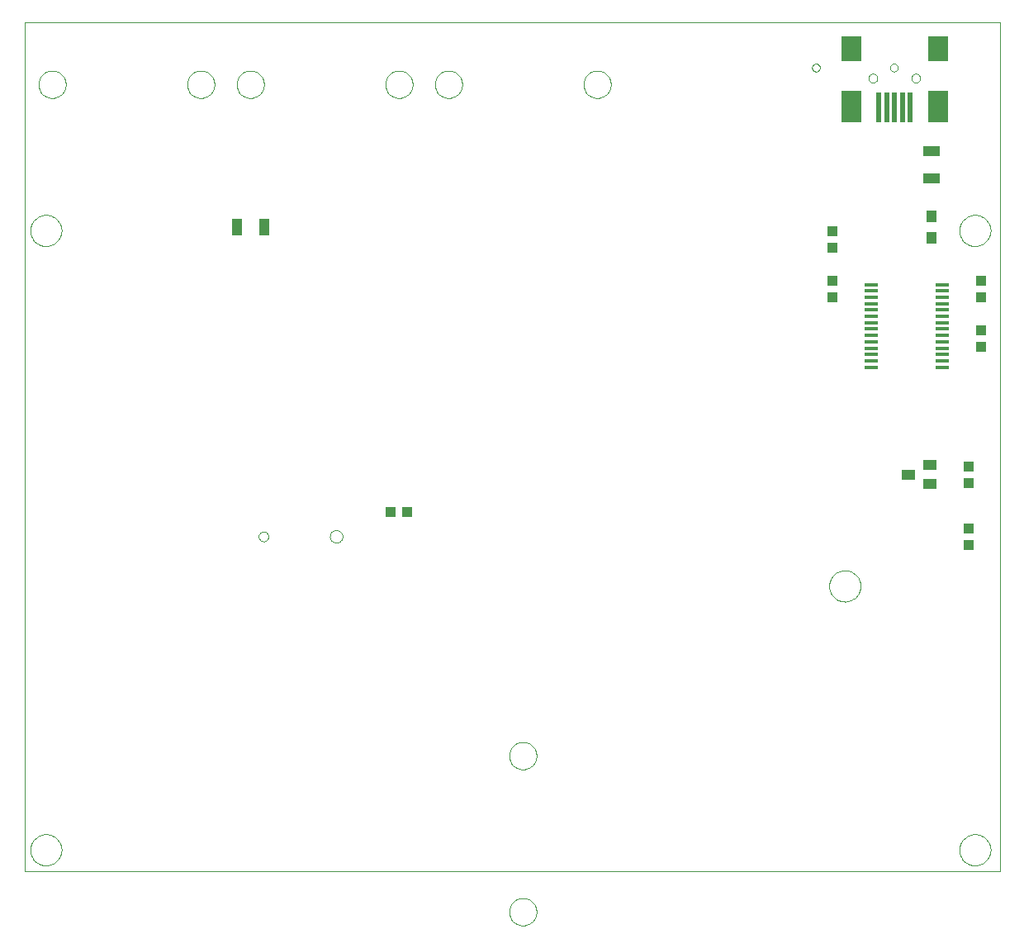
<source format=gtp>
G75*
%MOIN*%
%OFA0B0*%
%FSLAX24Y24*%
%IPPOS*%
%LPD*%
%AMOC8*
5,1,8,0,0,1.08239X$1,22.5*
%
%ADD10C,0.0000*%
%ADD11R,0.0787X0.0984*%
%ADD12R,0.0787X0.1299*%
%ADD13R,0.0197X0.1220*%
%ADD14R,0.0550X0.0137*%
%ADD15R,0.0394X0.0433*%
%ADD16R,0.0433X0.0394*%
%ADD17R,0.0394X0.0472*%
%ADD18R,0.0709X0.0394*%
%ADD19R,0.0551X0.0394*%
%ADD20R,0.0394X0.0709*%
D10*
X008005Y006775D02*
X047375Y006775D01*
X047375Y041025D01*
X008005Y041025D01*
X008005Y006775D01*
X008245Y007625D02*
X008247Y007675D01*
X008253Y007725D01*
X008263Y007774D01*
X008277Y007822D01*
X008294Y007869D01*
X008315Y007914D01*
X008340Y007958D01*
X008368Y007999D01*
X008400Y008038D01*
X008434Y008075D01*
X008471Y008109D01*
X008511Y008139D01*
X008553Y008166D01*
X008597Y008190D01*
X008643Y008211D01*
X008690Y008227D01*
X008738Y008240D01*
X008788Y008249D01*
X008837Y008254D01*
X008888Y008255D01*
X008938Y008252D01*
X008987Y008245D01*
X009036Y008234D01*
X009084Y008219D01*
X009130Y008201D01*
X009175Y008179D01*
X009218Y008153D01*
X009259Y008124D01*
X009298Y008092D01*
X009334Y008057D01*
X009366Y008019D01*
X009396Y007979D01*
X009423Y007936D01*
X009446Y007892D01*
X009465Y007846D01*
X009481Y007798D01*
X009493Y007749D01*
X009501Y007700D01*
X009505Y007650D01*
X009505Y007600D01*
X009501Y007550D01*
X009493Y007501D01*
X009481Y007452D01*
X009465Y007404D01*
X009446Y007358D01*
X009423Y007314D01*
X009396Y007271D01*
X009366Y007231D01*
X009334Y007193D01*
X009298Y007158D01*
X009259Y007126D01*
X009218Y007097D01*
X009175Y007071D01*
X009130Y007049D01*
X009084Y007031D01*
X009036Y007016D01*
X008987Y007005D01*
X008938Y006998D01*
X008888Y006995D01*
X008837Y006996D01*
X008788Y007001D01*
X008738Y007010D01*
X008690Y007023D01*
X008643Y007039D01*
X008597Y007060D01*
X008553Y007084D01*
X008511Y007111D01*
X008471Y007141D01*
X008434Y007175D01*
X008400Y007212D01*
X008368Y007251D01*
X008340Y007292D01*
X008315Y007336D01*
X008294Y007381D01*
X008277Y007428D01*
X008263Y007476D01*
X008253Y007525D01*
X008247Y007575D01*
X008245Y007625D01*
X017461Y020275D02*
X017463Y020302D01*
X017469Y020329D01*
X017478Y020355D01*
X017491Y020379D01*
X017507Y020402D01*
X017526Y020421D01*
X017548Y020438D01*
X017572Y020452D01*
X017597Y020462D01*
X017624Y020469D01*
X017651Y020472D01*
X017679Y020471D01*
X017706Y020466D01*
X017732Y020458D01*
X017756Y020446D01*
X017779Y020430D01*
X017800Y020412D01*
X017817Y020391D01*
X017832Y020367D01*
X017843Y020342D01*
X017851Y020316D01*
X017855Y020289D01*
X017855Y020261D01*
X017851Y020234D01*
X017843Y020208D01*
X017832Y020183D01*
X017817Y020159D01*
X017800Y020138D01*
X017779Y020120D01*
X017757Y020104D01*
X017732Y020092D01*
X017706Y020084D01*
X017679Y020079D01*
X017651Y020078D01*
X017624Y020081D01*
X017597Y020088D01*
X017572Y020098D01*
X017548Y020112D01*
X017526Y020129D01*
X017507Y020148D01*
X017491Y020171D01*
X017478Y020195D01*
X017469Y020221D01*
X017463Y020248D01*
X017461Y020275D01*
X020336Y020275D02*
X020338Y020306D01*
X020344Y020337D01*
X020353Y020367D01*
X020366Y020396D01*
X020383Y020423D01*
X020403Y020447D01*
X020425Y020469D01*
X020451Y020488D01*
X020478Y020504D01*
X020507Y020516D01*
X020537Y020525D01*
X020568Y020530D01*
X020600Y020531D01*
X020631Y020528D01*
X020662Y020521D01*
X020692Y020511D01*
X020720Y020497D01*
X020746Y020479D01*
X020770Y020459D01*
X020791Y020435D01*
X020810Y020410D01*
X020825Y020382D01*
X020836Y020353D01*
X020844Y020322D01*
X020848Y020291D01*
X020848Y020259D01*
X020844Y020228D01*
X020836Y020197D01*
X020825Y020168D01*
X020810Y020140D01*
X020791Y020115D01*
X020770Y020091D01*
X020746Y020071D01*
X020720Y020053D01*
X020692Y020039D01*
X020662Y020029D01*
X020631Y020022D01*
X020600Y020019D01*
X020568Y020020D01*
X020537Y020025D01*
X020507Y020034D01*
X020478Y020046D01*
X020451Y020062D01*
X020425Y020081D01*
X020403Y020103D01*
X020383Y020127D01*
X020366Y020154D01*
X020353Y020183D01*
X020344Y020213D01*
X020338Y020244D01*
X020336Y020275D01*
X027574Y011425D02*
X027576Y011472D01*
X027582Y011518D01*
X027592Y011564D01*
X027605Y011609D01*
X027623Y011652D01*
X027644Y011694D01*
X027668Y011734D01*
X027696Y011771D01*
X027727Y011806D01*
X027761Y011839D01*
X027797Y011868D01*
X027836Y011894D01*
X027877Y011917D01*
X027920Y011936D01*
X027964Y011952D01*
X028009Y011964D01*
X028055Y011972D01*
X028102Y011976D01*
X028148Y011976D01*
X028195Y011972D01*
X028241Y011964D01*
X028286Y011952D01*
X028330Y011936D01*
X028373Y011917D01*
X028414Y011894D01*
X028453Y011868D01*
X028489Y011839D01*
X028523Y011806D01*
X028554Y011771D01*
X028582Y011734D01*
X028606Y011694D01*
X028627Y011652D01*
X028645Y011609D01*
X028658Y011564D01*
X028668Y011518D01*
X028674Y011472D01*
X028676Y011425D01*
X028674Y011378D01*
X028668Y011332D01*
X028658Y011286D01*
X028645Y011241D01*
X028627Y011198D01*
X028606Y011156D01*
X028582Y011116D01*
X028554Y011079D01*
X028523Y011044D01*
X028489Y011011D01*
X028453Y010982D01*
X028414Y010956D01*
X028373Y010933D01*
X028330Y010914D01*
X028286Y010898D01*
X028241Y010886D01*
X028195Y010878D01*
X028148Y010874D01*
X028102Y010874D01*
X028055Y010878D01*
X028009Y010886D01*
X027964Y010898D01*
X027920Y010914D01*
X027877Y010933D01*
X027836Y010956D01*
X027797Y010982D01*
X027761Y011011D01*
X027727Y011044D01*
X027696Y011079D01*
X027668Y011116D01*
X027644Y011156D01*
X027623Y011198D01*
X027605Y011241D01*
X027592Y011286D01*
X027582Y011332D01*
X027576Y011378D01*
X027574Y011425D01*
X027574Y005125D02*
X027576Y005172D01*
X027582Y005218D01*
X027592Y005264D01*
X027605Y005309D01*
X027623Y005352D01*
X027644Y005394D01*
X027668Y005434D01*
X027696Y005471D01*
X027727Y005506D01*
X027761Y005539D01*
X027797Y005568D01*
X027836Y005594D01*
X027877Y005617D01*
X027920Y005636D01*
X027964Y005652D01*
X028009Y005664D01*
X028055Y005672D01*
X028102Y005676D01*
X028148Y005676D01*
X028195Y005672D01*
X028241Y005664D01*
X028286Y005652D01*
X028330Y005636D01*
X028373Y005617D01*
X028414Y005594D01*
X028453Y005568D01*
X028489Y005539D01*
X028523Y005506D01*
X028554Y005471D01*
X028582Y005434D01*
X028606Y005394D01*
X028627Y005352D01*
X028645Y005309D01*
X028658Y005264D01*
X028668Y005218D01*
X028674Y005172D01*
X028676Y005125D01*
X028674Y005078D01*
X028668Y005032D01*
X028658Y004986D01*
X028645Y004941D01*
X028627Y004898D01*
X028606Y004856D01*
X028582Y004816D01*
X028554Y004779D01*
X028523Y004744D01*
X028489Y004711D01*
X028453Y004682D01*
X028414Y004656D01*
X028373Y004633D01*
X028330Y004614D01*
X028286Y004598D01*
X028241Y004586D01*
X028195Y004578D01*
X028148Y004574D01*
X028102Y004574D01*
X028055Y004578D01*
X028009Y004586D01*
X027964Y004598D01*
X027920Y004614D01*
X027877Y004633D01*
X027836Y004656D01*
X027797Y004682D01*
X027761Y004711D01*
X027727Y004744D01*
X027696Y004779D01*
X027668Y004816D01*
X027644Y004856D01*
X027623Y004898D01*
X027605Y004941D01*
X027592Y004986D01*
X027582Y005032D01*
X027576Y005078D01*
X027574Y005125D01*
X040495Y018275D02*
X040497Y018325D01*
X040503Y018375D01*
X040513Y018424D01*
X040527Y018472D01*
X040544Y018519D01*
X040565Y018564D01*
X040590Y018608D01*
X040618Y018649D01*
X040650Y018688D01*
X040684Y018725D01*
X040721Y018759D01*
X040761Y018789D01*
X040803Y018816D01*
X040847Y018840D01*
X040893Y018861D01*
X040940Y018877D01*
X040988Y018890D01*
X041038Y018899D01*
X041087Y018904D01*
X041138Y018905D01*
X041188Y018902D01*
X041237Y018895D01*
X041286Y018884D01*
X041334Y018869D01*
X041380Y018851D01*
X041425Y018829D01*
X041468Y018803D01*
X041509Y018774D01*
X041548Y018742D01*
X041584Y018707D01*
X041616Y018669D01*
X041646Y018629D01*
X041673Y018586D01*
X041696Y018542D01*
X041715Y018496D01*
X041731Y018448D01*
X041743Y018399D01*
X041751Y018350D01*
X041755Y018300D01*
X041755Y018250D01*
X041751Y018200D01*
X041743Y018151D01*
X041731Y018102D01*
X041715Y018054D01*
X041696Y018008D01*
X041673Y017964D01*
X041646Y017921D01*
X041616Y017881D01*
X041584Y017843D01*
X041548Y017808D01*
X041509Y017776D01*
X041468Y017747D01*
X041425Y017721D01*
X041380Y017699D01*
X041334Y017681D01*
X041286Y017666D01*
X041237Y017655D01*
X041188Y017648D01*
X041138Y017645D01*
X041087Y017646D01*
X041038Y017651D01*
X040988Y017660D01*
X040940Y017673D01*
X040893Y017689D01*
X040847Y017710D01*
X040803Y017734D01*
X040761Y017761D01*
X040721Y017791D01*
X040684Y017825D01*
X040650Y017862D01*
X040618Y017901D01*
X040590Y017942D01*
X040565Y017986D01*
X040544Y018031D01*
X040527Y018078D01*
X040513Y018126D01*
X040503Y018175D01*
X040497Y018225D01*
X040495Y018275D01*
X045745Y007625D02*
X045747Y007675D01*
X045753Y007725D01*
X045763Y007774D01*
X045777Y007822D01*
X045794Y007869D01*
X045815Y007914D01*
X045840Y007958D01*
X045868Y007999D01*
X045900Y008038D01*
X045934Y008075D01*
X045971Y008109D01*
X046011Y008139D01*
X046053Y008166D01*
X046097Y008190D01*
X046143Y008211D01*
X046190Y008227D01*
X046238Y008240D01*
X046288Y008249D01*
X046337Y008254D01*
X046388Y008255D01*
X046438Y008252D01*
X046487Y008245D01*
X046536Y008234D01*
X046584Y008219D01*
X046630Y008201D01*
X046675Y008179D01*
X046718Y008153D01*
X046759Y008124D01*
X046798Y008092D01*
X046834Y008057D01*
X046866Y008019D01*
X046896Y007979D01*
X046923Y007936D01*
X046946Y007892D01*
X046965Y007846D01*
X046981Y007798D01*
X046993Y007749D01*
X047001Y007700D01*
X047005Y007650D01*
X047005Y007600D01*
X047001Y007550D01*
X046993Y007501D01*
X046981Y007452D01*
X046965Y007404D01*
X046946Y007358D01*
X046923Y007314D01*
X046896Y007271D01*
X046866Y007231D01*
X046834Y007193D01*
X046798Y007158D01*
X046759Y007126D01*
X046718Y007097D01*
X046675Y007071D01*
X046630Y007049D01*
X046584Y007031D01*
X046536Y007016D01*
X046487Y007005D01*
X046438Y006998D01*
X046388Y006995D01*
X046337Y006996D01*
X046288Y007001D01*
X046238Y007010D01*
X046190Y007023D01*
X046143Y007039D01*
X046097Y007060D01*
X046053Y007084D01*
X046011Y007111D01*
X045971Y007141D01*
X045934Y007175D01*
X045900Y007212D01*
X045868Y007251D01*
X045840Y007292D01*
X045815Y007336D01*
X045794Y007381D01*
X045777Y007428D01*
X045763Y007476D01*
X045753Y007525D01*
X045747Y007575D01*
X045745Y007625D01*
X045745Y032625D02*
X045747Y032675D01*
X045753Y032725D01*
X045763Y032774D01*
X045777Y032822D01*
X045794Y032869D01*
X045815Y032914D01*
X045840Y032958D01*
X045868Y032999D01*
X045900Y033038D01*
X045934Y033075D01*
X045971Y033109D01*
X046011Y033139D01*
X046053Y033166D01*
X046097Y033190D01*
X046143Y033211D01*
X046190Y033227D01*
X046238Y033240D01*
X046288Y033249D01*
X046337Y033254D01*
X046388Y033255D01*
X046438Y033252D01*
X046487Y033245D01*
X046536Y033234D01*
X046584Y033219D01*
X046630Y033201D01*
X046675Y033179D01*
X046718Y033153D01*
X046759Y033124D01*
X046798Y033092D01*
X046834Y033057D01*
X046866Y033019D01*
X046896Y032979D01*
X046923Y032936D01*
X046946Y032892D01*
X046965Y032846D01*
X046981Y032798D01*
X046993Y032749D01*
X047001Y032700D01*
X047005Y032650D01*
X047005Y032600D01*
X047001Y032550D01*
X046993Y032501D01*
X046981Y032452D01*
X046965Y032404D01*
X046946Y032358D01*
X046923Y032314D01*
X046896Y032271D01*
X046866Y032231D01*
X046834Y032193D01*
X046798Y032158D01*
X046759Y032126D01*
X046718Y032097D01*
X046675Y032071D01*
X046630Y032049D01*
X046584Y032031D01*
X046536Y032016D01*
X046487Y032005D01*
X046438Y031998D01*
X046388Y031995D01*
X046337Y031996D01*
X046288Y032001D01*
X046238Y032010D01*
X046190Y032023D01*
X046143Y032039D01*
X046097Y032060D01*
X046053Y032084D01*
X046011Y032111D01*
X045971Y032141D01*
X045934Y032175D01*
X045900Y032212D01*
X045868Y032251D01*
X045840Y032292D01*
X045815Y032336D01*
X045794Y032381D01*
X045777Y032428D01*
X045763Y032476D01*
X045753Y032525D01*
X045747Y032575D01*
X045745Y032625D01*
X043814Y038775D02*
X043816Y038801D01*
X043822Y038827D01*
X043832Y038852D01*
X043845Y038875D01*
X043861Y038895D01*
X043881Y038913D01*
X043903Y038928D01*
X043926Y038940D01*
X043952Y038948D01*
X043978Y038952D01*
X044004Y038952D01*
X044030Y038948D01*
X044056Y038940D01*
X044080Y038928D01*
X044101Y038913D01*
X044121Y038895D01*
X044137Y038875D01*
X044150Y038852D01*
X044160Y038827D01*
X044166Y038801D01*
X044168Y038775D01*
X044166Y038749D01*
X044160Y038723D01*
X044150Y038698D01*
X044137Y038675D01*
X044121Y038655D01*
X044101Y038637D01*
X044079Y038622D01*
X044056Y038610D01*
X044030Y038602D01*
X044004Y038598D01*
X043978Y038598D01*
X043952Y038602D01*
X043926Y038610D01*
X043902Y038622D01*
X043881Y038637D01*
X043861Y038655D01*
X043845Y038675D01*
X043832Y038698D01*
X043822Y038723D01*
X043816Y038749D01*
X043814Y038775D01*
X042950Y039198D02*
X042952Y039223D01*
X042958Y039247D01*
X042967Y039269D01*
X042980Y039290D01*
X042996Y039309D01*
X043015Y039325D01*
X043036Y039338D01*
X043058Y039347D01*
X043082Y039353D01*
X043107Y039355D01*
X043132Y039353D01*
X043156Y039347D01*
X043178Y039338D01*
X043199Y039325D01*
X043218Y039309D01*
X043234Y039290D01*
X043247Y039269D01*
X043256Y039247D01*
X043262Y039223D01*
X043264Y039198D01*
X043262Y039173D01*
X043256Y039149D01*
X043247Y039127D01*
X043234Y039106D01*
X043218Y039087D01*
X043199Y039071D01*
X043178Y039058D01*
X043156Y039049D01*
X043132Y039043D01*
X043107Y039041D01*
X043082Y039043D01*
X043058Y039049D01*
X043036Y039058D01*
X043015Y039071D01*
X042996Y039087D01*
X042980Y039106D01*
X042967Y039127D01*
X042958Y039149D01*
X042952Y039173D01*
X042950Y039198D01*
X042082Y038775D02*
X042084Y038801D01*
X042090Y038827D01*
X042100Y038852D01*
X042113Y038875D01*
X042129Y038895D01*
X042149Y038913D01*
X042171Y038928D01*
X042194Y038940D01*
X042220Y038948D01*
X042246Y038952D01*
X042272Y038952D01*
X042298Y038948D01*
X042324Y038940D01*
X042348Y038928D01*
X042369Y038913D01*
X042389Y038895D01*
X042405Y038875D01*
X042418Y038852D01*
X042428Y038827D01*
X042434Y038801D01*
X042436Y038775D01*
X042434Y038749D01*
X042428Y038723D01*
X042418Y038698D01*
X042405Y038675D01*
X042389Y038655D01*
X042369Y038637D01*
X042347Y038622D01*
X042324Y038610D01*
X042298Y038602D01*
X042272Y038598D01*
X042246Y038598D01*
X042220Y038602D01*
X042194Y038610D01*
X042170Y038622D01*
X042149Y038637D01*
X042129Y038655D01*
X042113Y038675D01*
X042100Y038698D01*
X042090Y038723D01*
X042084Y038749D01*
X042082Y038775D01*
X039801Y039198D02*
X039803Y039223D01*
X039809Y039247D01*
X039818Y039269D01*
X039831Y039290D01*
X039847Y039309D01*
X039866Y039325D01*
X039887Y039338D01*
X039909Y039347D01*
X039933Y039353D01*
X039958Y039355D01*
X039983Y039353D01*
X040007Y039347D01*
X040029Y039338D01*
X040050Y039325D01*
X040069Y039309D01*
X040085Y039290D01*
X040098Y039269D01*
X040107Y039247D01*
X040113Y039223D01*
X040115Y039198D01*
X040113Y039173D01*
X040107Y039149D01*
X040098Y039127D01*
X040085Y039106D01*
X040069Y039087D01*
X040050Y039071D01*
X040029Y039058D01*
X040007Y039049D01*
X039983Y039043D01*
X039958Y039041D01*
X039933Y039043D01*
X039909Y039049D01*
X039887Y039058D01*
X039866Y039071D01*
X039847Y039087D01*
X039831Y039106D01*
X039818Y039127D01*
X039809Y039149D01*
X039803Y039173D01*
X039801Y039198D01*
X030575Y038525D02*
X030577Y038572D01*
X030583Y038618D01*
X030593Y038664D01*
X030606Y038708D01*
X030624Y038752D01*
X030645Y038793D01*
X030669Y038833D01*
X030697Y038871D01*
X030728Y038906D01*
X030762Y038938D01*
X030798Y038967D01*
X030837Y038993D01*
X030877Y039016D01*
X030920Y039035D01*
X030964Y039051D01*
X031009Y039063D01*
X031055Y039071D01*
X031102Y039075D01*
X031148Y039075D01*
X031195Y039071D01*
X031241Y039063D01*
X031286Y039051D01*
X031330Y039035D01*
X031373Y039016D01*
X031413Y038993D01*
X031452Y038967D01*
X031488Y038938D01*
X031522Y038906D01*
X031553Y038871D01*
X031581Y038833D01*
X031605Y038793D01*
X031626Y038752D01*
X031644Y038708D01*
X031657Y038664D01*
X031667Y038618D01*
X031673Y038572D01*
X031675Y038525D01*
X031673Y038478D01*
X031667Y038432D01*
X031657Y038386D01*
X031644Y038342D01*
X031626Y038298D01*
X031605Y038257D01*
X031581Y038217D01*
X031553Y038179D01*
X031522Y038144D01*
X031488Y038112D01*
X031452Y038083D01*
X031413Y038057D01*
X031373Y038034D01*
X031330Y038015D01*
X031286Y037999D01*
X031241Y037987D01*
X031195Y037979D01*
X031148Y037975D01*
X031102Y037975D01*
X031055Y037979D01*
X031009Y037987D01*
X030964Y037999D01*
X030920Y038015D01*
X030877Y038034D01*
X030837Y038057D01*
X030798Y038083D01*
X030762Y038112D01*
X030728Y038144D01*
X030697Y038179D01*
X030669Y038217D01*
X030645Y038257D01*
X030624Y038298D01*
X030606Y038342D01*
X030593Y038386D01*
X030583Y038432D01*
X030577Y038478D01*
X030575Y038525D01*
X024575Y038525D02*
X024577Y038572D01*
X024583Y038618D01*
X024593Y038664D01*
X024606Y038708D01*
X024624Y038752D01*
X024645Y038793D01*
X024669Y038833D01*
X024697Y038871D01*
X024728Y038906D01*
X024762Y038938D01*
X024798Y038967D01*
X024837Y038993D01*
X024877Y039016D01*
X024920Y039035D01*
X024964Y039051D01*
X025009Y039063D01*
X025055Y039071D01*
X025102Y039075D01*
X025148Y039075D01*
X025195Y039071D01*
X025241Y039063D01*
X025286Y039051D01*
X025330Y039035D01*
X025373Y039016D01*
X025413Y038993D01*
X025452Y038967D01*
X025488Y038938D01*
X025522Y038906D01*
X025553Y038871D01*
X025581Y038833D01*
X025605Y038793D01*
X025626Y038752D01*
X025644Y038708D01*
X025657Y038664D01*
X025667Y038618D01*
X025673Y038572D01*
X025675Y038525D01*
X025673Y038478D01*
X025667Y038432D01*
X025657Y038386D01*
X025644Y038342D01*
X025626Y038298D01*
X025605Y038257D01*
X025581Y038217D01*
X025553Y038179D01*
X025522Y038144D01*
X025488Y038112D01*
X025452Y038083D01*
X025413Y038057D01*
X025373Y038034D01*
X025330Y038015D01*
X025286Y037999D01*
X025241Y037987D01*
X025195Y037979D01*
X025148Y037975D01*
X025102Y037975D01*
X025055Y037979D01*
X025009Y037987D01*
X024964Y037999D01*
X024920Y038015D01*
X024877Y038034D01*
X024837Y038057D01*
X024798Y038083D01*
X024762Y038112D01*
X024728Y038144D01*
X024697Y038179D01*
X024669Y038217D01*
X024645Y038257D01*
X024624Y038298D01*
X024606Y038342D01*
X024593Y038386D01*
X024583Y038432D01*
X024577Y038478D01*
X024575Y038525D01*
X022575Y038525D02*
X022577Y038572D01*
X022583Y038618D01*
X022593Y038664D01*
X022606Y038708D01*
X022624Y038752D01*
X022645Y038793D01*
X022669Y038833D01*
X022697Y038871D01*
X022728Y038906D01*
X022762Y038938D01*
X022798Y038967D01*
X022837Y038993D01*
X022877Y039016D01*
X022920Y039035D01*
X022964Y039051D01*
X023009Y039063D01*
X023055Y039071D01*
X023102Y039075D01*
X023148Y039075D01*
X023195Y039071D01*
X023241Y039063D01*
X023286Y039051D01*
X023330Y039035D01*
X023373Y039016D01*
X023413Y038993D01*
X023452Y038967D01*
X023488Y038938D01*
X023522Y038906D01*
X023553Y038871D01*
X023581Y038833D01*
X023605Y038793D01*
X023626Y038752D01*
X023644Y038708D01*
X023657Y038664D01*
X023667Y038618D01*
X023673Y038572D01*
X023675Y038525D01*
X023673Y038478D01*
X023667Y038432D01*
X023657Y038386D01*
X023644Y038342D01*
X023626Y038298D01*
X023605Y038257D01*
X023581Y038217D01*
X023553Y038179D01*
X023522Y038144D01*
X023488Y038112D01*
X023452Y038083D01*
X023413Y038057D01*
X023373Y038034D01*
X023330Y038015D01*
X023286Y037999D01*
X023241Y037987D01*
X023195Y037979D01*
X023148Y037975D01*
X023102Y037975D01*
X023055Y037979D01*
X023009Y037987D01*
X022964Y037999D01*
X022920Y038015D01*
X022877Y038034D01*
X022837Y038057D01*
X022798Y038083D01*
X022762Y038112D01*
X022728Y038144D01*
X022697Y038179D01*
X022669Y038217D01*
X022645Y038257D01*
X022624Y038298D01*
X022606Y038342D01*
X022593Y038386D01*
X022583Y038432D01*
X022577Y038478D01*
X022575Y038525D01*
X016575Y038525D02*
X016577Y038572D01*
X016583Y038618D01*
X016593Y038664D01*
X016606Y038708D01*
X016624Y038752D01*
X016645Y038793D01*
X016669Y038833D01*
X016697Y038871D01*
X016728Y038906D01*
X016762Y038938D01*
X016798Y038967D01*
X016837Y038993D01*
X016877Y039016D01*
X016920Y039035D01*
X016964Y039051D01*
X017009Y039063D01*
X017055Y039071D01*
X017102Y039075D01*
X017148Y039075D01*
X017195Y039071D01*
X017241Y039063D01*
X017286Y039051D01*
X017330Y039035D01*
X017373Y039016D01*
X017413Y038993D01*
X017452Y038967D01*
X017488Y038938D01*
X017522Y038906D01*
X017553Y038871D01*
X017581Y038833D01*
X017605Y038793D01*
X017626Y038752D01*
X017644Y038708D01*
X017657Y038664D01*
X017667Y038618D01*
X017673Y038572D01*
X017675Y038525D01*
X017673Y038478D01*
X017667Y038432D01*
X017657Y038386D01*
X017644Y038342D01*
X017626Y038298D01*
X017605Y038257D01*
X017581Y038217D01*
X017553Y038179D01*
X017522Y038144D01*
X017488Y038112D01*
X017452Y038083D01*
X017413Y038057D01*
X017373Y038034D01*
X017330Y038015D01*
X017286Y037999D01*
X017241Y037987D01*
X017195Y037979D01*
X017148Y037975D01*
X017102Y037975D01*
X017055Y037979D01*
X017009Y037987D01*
X016964Y037999D01*
X016920Y038015D01*
X016877Y038034D01*
X016837Y038057D01*
X016798Y038083D01*
X016762Y038112D01*
X016728Y038144D01*
X016697Y038179D01*
X016669Y038217D01*
X016645Y038257D01*
X016624Y038298D01*
X016606Y038342D01*
X016593Y038386D01*
X016583Y038432D01*
X016577Y038478D01*
X016575Y038525D01*
X014575Y038525D02*
X014577Y038572D01*
X014583Y038618D01*
X014593Y038664D01*
X014606Y038708D01*
X014624Y038752D01*
X014645Y038793D01*
X014669Y038833D01*
X014697Y038871D01*
X014728Y038906D01*
X014762Y038938D01*
X014798Y038967D01*
X014837Y038993D01*
X014877Y039016D01*
X014920Y039035D01*
X014964Y039051D01*
X015009Y039063D01*
X015055Y039071D01*
X015102Y039075D01*
X015148Y039075D01*
X015195Y039071D01*
X015241Y039063D01*
X015286Y039051D01*
X015330Y039035D01*
X015373Y039016D01*
X015413Y038993D01*
X015452Y038967D01*
X015488Y038938D01*
X015522Y038906D01*
X015553Y038871D01*
X015581Y038833D01*
X015605Y038793D01*
X015626Y038752D01*
X015644Y038708D01*
X015657Y038664D01*
X015667Y038618D01*
X015673Y038572D01*
X015675Y038525D01*
X015673Y038478D01*
X015667Y038432D01*
X015657Y038386D01*
X015644Y038342D01*
X015626Y038298D01*
X015605Y038257D01*
X015581Y038217D01*
X015553Y038179D01*
X015522Y038144D01*
X015488Y038112D01*
X015452Y038083D01*
X015413Y038057D01*
X015373Y038034D01*
X015330Y038015D01*
X015286Y037999D01*
X015241Y037987D01*
X015195Y037979D01*
X015148Y037975D01*
X015102Y037975D01*
X015055Y037979D01*
X015009Y037987D01*
X014964Y037999D01*
X014920Y038015D01*
X014877Y038034D01*
X014837Y038057D01*
X014798Y038083D01*
X014762Y038112D01*
X014728Y038144D01*
X014697Y038179D01*
X014669Y038217D01*
X014645Y038257D01*
X014624Y038298D01*
X014606Y038342D01*
X014593Y038386D01*
X014583Y038432D01*
X014577Y038478D01*
X014575Y038525D01*
X008575Y038525D02*
X008577Y038572D01*
X008583Y038618D01*
X008593Y038664D01*
X008606Y038708D01*
X008624Y038752D01*
X008645Y038793D01*
X008669Y038833D01*
X008697Y038871D01*
X008728Y038906D01*
X008762Y038938D01*
X008798Y038967D01*
X008837Y038993D01*
X008877Y039016D01*
X008920Y039035D01*
X008964Y039051D01*
X009009Y039063D01*
X009055Y039071D01*
X009102Y039075D01*
X009148Y039075D01*
X009195Y039071D01*
X009241Y039063D01*
X009286Y039051D01*
X009330Y039035D01*
X009373Y039016D01*
X009413Y038993D01*
X009452Y038967D01*
X009488Y038938D01*
X009522Y038906D01*
X009553Y038871D01*
X009581Y038833D01*
X009605Y038793D01*
X009626Y038752D01*
X009644Y038708D01*
X009657Y038664D01*
X009667Y038618D01*
X009673Y038572D01*
X009675Y038525D01*
X009673Y038478D01*
X009667Y038432D01*
X009657Y038386D01*
X009644Y038342D01*
X009626Y038298D01*
X009605Y038257D01*
X009581Y038217D01*
X009553Y038179D01*
X009522Y038144D01*
X009488Y038112D01*
X009452Y038083D01*
X009413Y038057D01*
X009373Y038034D01*
X009330Y038015D01*
X009286Y037999D01*
X009241Y037987D01*
X009195Y037979D01*
X009148Y037975D01*
X009102Y037975D01*
X009055Y037979D01*
X009009Y037987D01*
X008964Y037999D01*
X008920Y038015D01*
X008877Y038034D01*
X008837Y038057D01*
X008798Y038083D01*
X008762Y038112D01*
X008728Y038144D01*
X008697Y038179D01*
X008669Y038217D01*
X008645Y038257D01*
X008624Y038298D01*
X008606Y038342D01*
X008593Y038386D01*
X008583Y038432D01*
X008577Y038478D01*
X008575Y038525D01*
X008245Y032625D02*
X008247Y032675D01*
X008253Y032725D01*
X008263Y032774D01*
X008277Y032822D01*
X008294Y032869D01*
X008315Y032914D01*
X008340Y032958D01*
X008368Y032999D01*
X008400Y033038D01*
X008434Y033075D01*
X008471Y033109D01*
X008511Y033139D01*
X008553Y033166D01*
X008597Y033190D01*
X008643Y033211D01*
X008690Y033227D01*
X008738Y033240D01*
X008788Y033249D01*
X008837Y033254D01*
X008888Y033255D01*
X008938Y033252D01*
X008987Y033245D01*
X009036Y033234D01*
X009084Y033219D01*
X009130Y033201D01*
X009175Y033179D01*
X009218Y033153D01*
X009259Y033124D01*
X009298Y033092D01*
X009334Y033057D01*
X009366Y033019D01*
X009396Y032979D01*
X009423Y032936D01*
X009446Y032892D01*
X009465Y032846D01*
X009481Y032798D01*
X009493Y032749D01*
X009501Y032700D01*
X009505Y032650D01*
X009505Y032600D01*
X009501Y032550D01*
X009493Y032501D01*
X009481Y032452D01*
X009465Y032404D01*
X009446Y032358D01*
X009423Y032314D01*
X009396Y032271D01*
X009366Y032231D01*
X009334Y032193D01*
X009298Y032158D01*
X009259Y032126D01*
X009218Y032097D01*
X009175Y032071D01*
X009130Y032049D01*
X009084Y032031D01*
X009036Y032016D01*
X008987Y032005D01*
X008938Y031998D01*
X008888Y031995D01*
X008837Y031996D01*
X008788Y032001D01*
X008738Y032010D01*
X008690Y032023D01*
X008643Y032039D01*
X008597Y032060D01*
X008553Y032084D01*
X008511Y032111D01*
X008471Y032141D01*
X008434Y032175D01*
X008400Y032212D01*
X008368Y032251D01*
X008340Y032292D01*
X008315Y032336D01*
X008294Y032381D01*
X008277Y032428D01*
X008263Y032476D01*
X008253Y032525D01*
X008247Y032575D01*
X008245Y032625D01*
D11*
X041373Y039956D03*
X044877Y039956D03*
D12*
X044877Y037633D03*
X041373Y037633D03*
D13*
X042495Y037594D03*
X042810Y037594D03*
X043125Y037594D03*
X043440Y037594D03*
X043755Y037594D03*
D14*
X045064Y030438D03*
X045064Y030182D03*
X045064Y029927D03*
X045064Y029671D03*
X045064Y029415D03*
X045064Y029159D03*
X045064Y028903D03*
X045064Y028647D03*
X045064Y028391D03*
X045064Y028135D03*
X045064Y027879D03*
X045064Y027623D03*
X045064Y027368D03*
X045064Y027112D03*
X042186Y027112D03*
X042186Y027368D03*
X042186Y027623D03*
X042186Y027879D03*
X042186Y028135D03*
X042186Y028391D03*
X042186Y028647D03*
X042186Y028903D03*
X042186Y029159D03*
X042186Y029415D03*
X042186Y029671D03*
X042186Y029927D03*
X042186Y030182D03*
X042186Y030438D03*
D15*
X040625Y030610D03*
X040625Y029940D03*
X040625Y031940D03*
X040625Y032610D03*
X046625Y030610D03*
X046625Y029940D03*
X046625Y028610D03*
X046625Y027940D03*
X046125Y023110D03*
X046125Y022440D03*
X046125Y020610D03*
X046125Y019940D03*
D16*
X023460Y021275D03*
X022790Y021275D03*
D17*
X044625Y032342D03*
X044625Y033208D03*
D18*
X044625Y034724D03*
X044625Y035826D03*
D19*
X044558Y023149D03*
X043692Y022775D03*
X044558Y022401D03*
D20*
X017676Y032775D03*
X016574Y032775D03*
M02*

</source>
